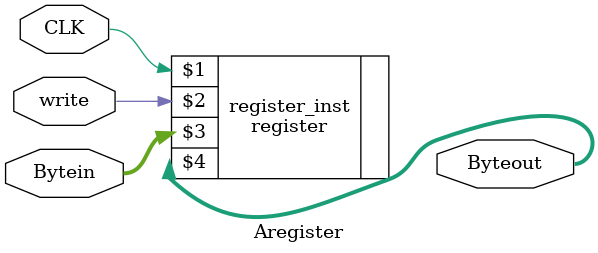
<source format=v>
`timescale 1ns / 1ps


module Aregister(
    input CLK,write,
    input [7:0] Bytein,
    output [7:0] Byteout
);

    register register_inst(CLK,write,Bytein,Byteout);
endmodule

</source>
